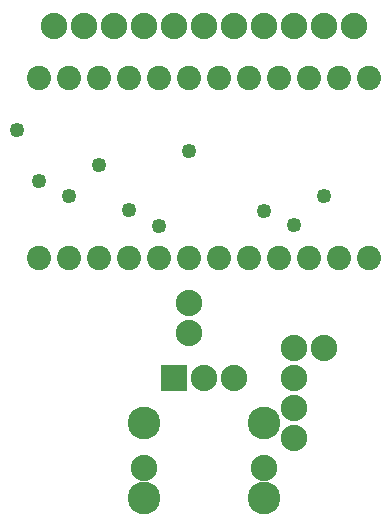
<source format=gts>
G04 MADE WITH FRITZING*
G04 WWW.FRITZING.ORG*
G04 DOUBLE SIDED*
G04 HOLES PLATED*
G04 CONTOUR ON CENTER OF CONTOUR VECTOR*
%ASAXBY*%
%FSLAX23Y23*%
%MOIN*%
%OFA0B0*%
%SFA1.0B1.0*%
%ADD10C,0.088000*%
%ADD11C,0.080866*%
%ADD12C,0.049370*%
%ADD13C,0.109055*%
%ADD14R,0.088000X0.088000*%
%LNMASK1*%
G90*
G70*
G54D10*
X1050Y200D03*
X650Y200D03*
X350Y1675D03*
X450Y1675D03*
X550Y1675D03*
X650Y1675D03*
X750Y1675D03*
X850Y1675D03*
X950Y1675D03*
X1050Y1675D03*
X1150Y1675D03*
X1250Y1675D03*
X1350Y1675D03*
X350Y1675D03*
X450Y1675D03*
X550Y1675D03*
X650Y1675D03*
X750Y1675D03*
X850Y1675D03*
X950Y1675D03*
X1050Y1675D03*
X1150Y1675D03*
X1250Y1675D03*
X1350Y1675D03*
G54D11*
X1400Y900D03*
X1300Y900D03*
X1200Y900D03*
X1100Y900D03*
X1000Y900D03*
X900Y900D03*
X800Y900D03*
X700Y900D03*
X600Y900D03*
X500Y900D03*
X400Y900D03*
X300Y900D03*
X1400Y1500D03*
X1300Y1500D03*
X1200Y1500D03*
X1100Y1500D03*
X1000Y1500D03*
X900Y1500D03*
X800Y1500D03*
X700Y1500D03*
X600Y1500D03*
X500Y1500D03*
X400Y1500D03*
X300Y1500D03*
G54D10*
X800Y750D03*
X800Y650D03*
X1150Y601D03*
X1250Y601D03*
X1150Y300D03*
X1150Y400D03*
X1150Y500D03*
G54D12*
X1250Y1108D03*
X1150Y1009D03*
X1050Y1058D03*
X227Y1328D03*
X700Y1008D03*
X600Y1059D03*
X400Y1108D03*
X300Y1158D03*
X500Y1209D03*
X800Y1258D03*
G54D10*
X750Y500D03*
X850Y500D03*
X950Y500D03*
G54D13*
X650Y350D03*
X650Y100D03*
X1050Y350D03*
X1050Y100D03*
G54D14*
X750Y500D03*
G04 End of Mask1*
M02*
</source>
